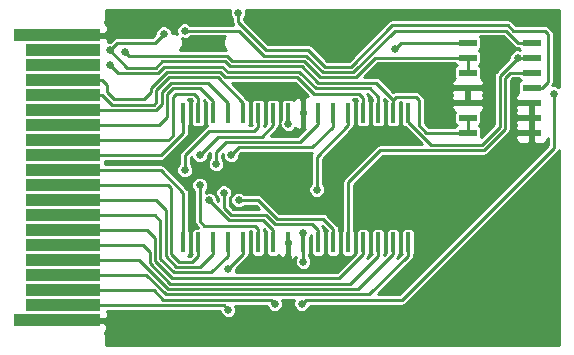
<source format=gbl>
%FSLAX46Y46*%
G04 Gerber Fmt 4.6, Leading zero omitted, Abs format (unit mm)*
G04 Created by KiCad (PCBNEW (2014-10-27 BZR 5228)-product) date 5/1/2015 7:00:25 PM*
%MOMM*%
G01*
G04 APERTURE LIST*
%ADD10C,0.100000*%
%ADD11R,6.350000X1.016000*%
%ADD12R,7.366000X1.016000*%
%ADD13R,0.406400X1.651000*%
%ADD14R,1.500000X0.600000*%
%ADD15C,0.635000*%
%ADD16C,0.228600*%
%ADD17C,0.254000*%
G04 APERTURE END LIST*
D10*
D11*
X4191000Y-20320000D03*
D12*
X3683000Y-2540000D03*
D11*
X4191000Y-3810000D03*
X4191000Y-5080000D03*
X4191000Y-6350000D03*
X4191000Y-7620000D03*
X4191000Y-8890000D03*
X4191000Y-10160000D03*
X4191000Y-11430000D03*
X4191000Y-12700000D03*
X4191000Y-13970000D03*
X4191000Y-15240000D03*
X4191000Y-16510000D03*
X4191000Y-17780000D03*
X4191000Y-19050000D03*
X4191000Y-21590000D03*
X4191000Y-22860000D03*
X4191000Y-24130000D03*
X4191000Y-25400000D03*
D12*
X3683000Y-26670000D03*
D13*
X33401000Y-20078700D03*
X32131000Y-20078700D03*
X30861000Y-20078700D03*
X29591000Y-20078700D03*
X28321000Y-20078700D03*
X27051000Y-20078700D03*
X25781000Y-20078700D03*
X24511000Y-20078700D03*
X23241000Y-20078700D03*
X21971000Y-20078700D03*
X20701000Y-20078700D03*
X19431000Y-20078700D03*
X18161000Y-20078700D03*
X16891000Y-20078700D03*
X15621000Y-20078700D03*
X14351000Y-20078700D03*
X33401000Y-9131300D03*
X32131000Y-9131300D03*
X30861000Y-9131300D03*
X29591000Y-9131300D03*
X28321000Y-9131300D03*
X27051000Y-9131300D03*
X25781000Y-9131300D03*
X24511000Y-9131300D03*
X23241000Y-9131300D03*
X21971000Y-9131300D03*
X20701000Y-9131300D03*
X19431000Y-9131300D03*
X18161000Y-9131300D03*
X16891000Y-9131300D03*
X15621000Y-9131300D03*
X14351000Y-9131300D03*
D14*
X43848000Y-3175000D03*
X43848000Y-4445000D03*
X43848000Y-5715000D03*
X43848000Y-6985000D03*
X43848000Y-8255000D03*
X43848000Y-9525000D03*
X43848000Y-10795000D03*
X38448000Y-10795000D03*
X38448000Y-9525000D03*
X38448000Y-8255000D03*
X38448000Y-6985000D03*
X38448000Y-5715000D03*
X38448000Y-4445000D03*
X38448000Y-3175000D03*
D15*
X32258000Y-3683000D03*
X25654000Y-15621000D03*
X22098000Y-25273000D03*
X18415000Y-12700000D03*
X17145000Y-13462000D03*
X15748000Y-12700000D03*
X14478000Y-13970000D03*
X15748000Y-15240000D03*
X19050000Y-16510000D03*
X17780000Y-15875000D03*
X16510000Y-16510000D03*
X23241000Y-21336000D03*
X24511000Y-7874000D03*
X26543000Y-14605000D03*
X17526000Y-762000D03*
X16764000Y-3302000D03*
X9017000Y-1143000D03*
X23241000Y-25273000D03*
X8128000Y-27305000D03*
X41275000Y-3810000D03*
X42799000Y-1143000D03*
X9398000Y-3937000D03*
X8128000Y-3810000D03*
X12700000Y-2413000D03*
X8128000Y-5080000D03*
X23241000Y-10033000D03*
X24511000Y-19304000D03*
X24511000Y-21717000D03*
X18161000Y-22352000D03*
X18161000Y-25781000D03*
X42672000Y-4445000D03*
X24384000Y-25273000D03*
X45720000Y-7493000D03*
X18986500Y-635000D03*
X14478000Y-2159000D03*
D16*
X32766000Y-3175000D02*
X32258000Y-3683000D01*
X38448000Y-3175000D02*
X32766000Y-3175000D01*
X11633192Y-6989480D02*
X11633192Y-7391404D01*
X11633192Y-7391404D02*
X11049000Y-7975596D01*
X11049000Y-7975596D02*
X8495178Y-7975596D01*
X8495178Y-7975596D02*
X7874000Y-7354418D01*
X7874000Y-7354418D02*
X7874000Y-6731000D01*
X7874000Y-6731000D02*
X7493000Y-6350000D01*
X7493000Y-6350000D02*
X4191000Y-6350000D01*
X29591000Y-9131300D02*
X29591000Y-7874000D01*
X17486774Y-5664192D02*
X12958480Y-5664192D01*
X17918582Y-6096000D02*
X17486774Y-5664192D01*
X24003000Y-6096000D02*
X17918582Y-6096000D01*
X25400000Y-7493000D02*
X24003000Y-6096000D01*
X29210000Y-7493000D02*
X25400000Y-7493000D01*
X29591000Y-7874000D02*
X29210000Y-7493000D01*
X12958480Y-5664192D02*
X11633192Y-6989480D01*
X14351000Y-10795000D02*
X12446000Y-12700000D01*
X12446000Y-12700000D02*
X4191000Y-12700000D01*
X14351000Y-9131300D02*
X14351000Y-10795000D01*
X15621000Y-7874000D02*
X15240000Y-7493000D01*
X15240000Y-7493000D02*
X13716000Y-7493000D01*
X13716000Y-7493000D02*
X13462000Y-7747000D01*
X13462000Y-7747000D02*
X13462000Y-11037418D01*
X13462000Y-11037418D02*
X13069418Y-11430000D01*
X13069418Y-11430000D02*
X4191000Y-11430000D01*
X15621000Y-9131300D02*
X15621000Y-7874000D01*
X18161000Y-8255000D02*
X16484596Y-6578596D01*
X16484596Y-6578596D02*
X13337240Y-6578596D01*
X13337240Y-6578596D02*
X12547596Y-7368240D01*
X12547596Y-7368240D02*
X12547596Y-8407404D01*
X12547596Y-8407404D02*
X12065000Y-8890000D01*
X12065000Y-8890000D02*
X4191000Y-8890000D01*
X18161000Y-9131300D02*
X18161000Y-8255000D01*
X21767808Y-24942808D02*
X12669734Y-24942808D01*
X12669734Y-24942808D02*
X11856926Y-24130000D01*
X11856926Y-24130000D02*
X4191000Y-24130000D01*
X28321000Y-10160000D02*
X25654000Y-12827000D01*
X25654000Y-12827000D02*
X25654000Y-15621000D01*
X22098000Y-25273000D02*
X21767808Y-24942808D01*
X28321000Y-9131300D02*
X28321000Y-10160000D01*
X16891000Y-8128000D02*
X15798798Y-7035798D01*
X15798798Y-7035798D02*
X13526620Y-7035798D01*
X13526620Y-7035798D02*
X13004798Y-7557620D01*
X13004798Y-7557620D02*
X13004798Y-9474202D01*
X13004798Y-9474202D02*
X12319000Y-10160000D01*
X12319000Y-10160000D02*
X4191000Y-10160000D01*
X16891000Y-9131300D02*
X16891000Y-8128000D01*
X19075394Y-12039606D02*
X18415000Y-12700000D01*
X27051000Y-9131300D02*
X27051000Y-10287000D01*
X27051000Y-10287000D02*
X25298394Y-12039606D01*
X25298394Y-12039606D02*
X19075394Y-12039606D01*
X25781000Y-10033000D02*
X24231596Y-11582404D01*
X24231596Y-11582404D02*
X19177000Y-11582404D01*
X25781000Y-9131300D02*
X25781000Y-10033000D01*
X18008596Y-11582404D02*
X17145000Y-12446000D01*
X17145000Y-12446000D02*
X17145000Y-13462000D01*
X19177000Y-11582404D02*
X18008596Y-11582404D01*
X17322798Y-11125202D02*
X15748000Y-12700000D01*
X21971000Y-10160000D02*
X21971000Y-9131300D01*
X21971000Y-10160000D02*
X21005798Y-11125202D01*
X21005798Y-11125202D02*
X17322798Y-11125202D01*
X20701000Y-10287000D02*
X20320000Y-10668000D01*
X20320000Y-10668000D02*
X16510000Y-10668000D01*
X16510000Y-10668000D02*
X14478000Y-12700000D01*
X14478000Y-12700000D02*
X14478000Y-13970000D01*
X20701000Y-9131300D02*
X20701000Y-10287000D01*
X20701000Y-18923000D02*
X20447000Y-18669000D01*
X20447000Y-18669000D02*
X16129000Y-18669000D01*
X16129000Y-18669000D02*
X15748000Y-18288000D01*
X15748000Y-18288000D02*
X15748000Y-15240000D01*
X20701000Y-20078700D02*
X20701000Y-18923000D01*
X30861000Y-21209000D02*
X30861000Y-20078700D01*
X4191000Y-20320000D02*
X10922000Y-20320000D01*
X11506192Y-20904192D02*
X10922000Y-20320000D01*
X11506192Y-21839520D02*
X11506192Y-20904192D01*
X13237874Y-23571202D02*
X11506192Y-21839520D01*
X30861000Y-21209000D02*
X28498798Y-23571202D01*
X13237874Y-23571202D02*
X28498798Y-23571202D01*
X32131000Y-21082000D02*
X32131000Y-20078700D01*
X4191000Y-21590000D02*
X10610090Y-21590000D01*
X13048494Y-24028404D02*
X10610090Y-21590000D01*
X29184596Y-24028404D02*
X13048494Y-24028404D01*
X32131000Y-21082000D02*
X29184596Y-24028404D01*
X19558000Y-24485606D02*
X12859114Y-24485606D01*
X12859114Y-24485606D02*
X11233508Y-22860000D01*
X11233508Y-22860000D02*
X4191000Y-22860000D01*
X33401000Y-21209000D02*
X33401000Y-20078700D01*
X33401000Y-21209000D02*
X30124394Y-24485606D01*
X19558000Y-24485606D02*
X30124394Y-24485606D01*
X27051000Y-18923000D02*
X26212798Y-18084798D01*
X26212798Y-18084798D02*
X22298962Y-18084798D01*
X22298962Y-18084798D02*
X20701000Y-16486836D01*
X27051000Y-20078700D02*
X27051000Y-18923000D01*
X20701000Y-16486836D02*
X19073164Y-16486836D01*
X19073164Y-16486836D02*
X19050000Y-16510000D01*
X25781000Y-20078700D02*
X25781000Y-19050000D01*
X22109582Y-18542000D02*
X21322178Y-17754596D01*
X25273000Y-18542000D02*
X22109582Y-18542000D01*
X25781000Y-19050000D02*
X25273000Y-18542000D01*
X21322178Y-17754596D02*
X18669000Y-17754596D01*
X18401178Y-17754596D02*
X17780000Y-17133418D01*
X17780000Y-17133418D02*
X17780000Y-15875000D01*
X18669000Y-17754596D02*
X18401178Y-17754596D01*
X18211798Y-18211798D02*
X16510000Y-16510000D01*
X21971000Y-19050000D02*
X21132798Y-18211798D01*
X21132798Y-18211798D02*
X18211798Y-18211798D01*
X21971000Y-20078700D02*
X21971000Y-19050000D01*
X23241000Y-20078700D02*
X23241000Y-21336000D01*
X24511000Y-9131300D02*
X24511000Y-7874000D01*
X7620000Y-2540000D02*
X9398000Y-762000D01*
X9398000Y-762000D02*
X17526000Y-762000D01*
X38448000Y-6985000D02*
X38448000Y-8255000D01*
X43848000Y-8255000D02*
X43848000Y-9525000D01*
X43848000Y-10795000D02*
X43848000Y-9525000D01*
X7620000Y-2540000D02*
X9017000Y-1143000D01*
X3683000Y-2540000D02*
X7620000Y-2540000D01*
X9398000Y-28575000D02*
X19939000Y-28575000D01*
X19939000Y-28575000D02*
X23241000Y-25273000D01*
X3683000Y-26670000D02*
X7493000Y-26670000D01*
X7493000Y-26670000D02*
X8128000Y-27305000D01*
X8128000Y-27305000D02*
X9398000Y-28575000D01*
X39624000Y-6985000D02*
X40259000Y-6350000D01*
X40259000Y-6350000D02*
X40259000Y-4826000D01*
X40259000Y-4826000D02*
X41275000Y-3810000D01*
X38448000Y-6985000D02*
X39624000Y-6985000D01*
X12090394Y-7178860D02*
X12090394Y-8218024D01*
X12090394Y-8218024D02*
X11875620Y-8432798D01*
X11875620Y-8432798D02*
X8305798Y-8432798D01*
X8305798Y-8432798D02*
X7493000Y-7620000D01*
X7493000Y-7620000D02*
X4191000Y-7620000D01*
X19431000Y-9131300D02*
X19431000Y-8255000D01*
X17297394Y-6121394D02*
X13147860Y-6121394D01*
X19431000Y-8255000D02*
X17297394Y-6121394D01*
X13147860Y-6121394D02*
X12090394Y-7178860D01*
X14351000Y-15875000D02*
X12446000Y-13970000D01*
X12446000Y-13970000D02*
X4191000Y-13970000D01*
X14351000Y-20078700D02*
X14351000Y-15875000D01*
X13335000Y-15505582D02*
X13069418Y-15240000D01*
X13069418Y-15240000D02*
X4191000Y-15240000D01*
X15621000Y-20078700D02*
X15621000Y-21209000D01*
X13970000Y-21717000D02*
X13335000Y-21082000D01*
X15113000Y-21717000D02*
X13970000Y-21717000D01*
X15621000Y-21209000D02*
X15113000Y-21717000D01*
X13335000Y-21082000D02*
X13335000Y-15505582D01*
X16891000Y-21082000D02*
X15798798Y-22174202D01*
X15798798Y-22174202D02*
X13780620Y-22174202D01*
X13780620Y-22174202D02*
X12877798Y-21271380D01*
X12877798Y-21271380D02*
X12877798Y-17322798D01*
X12877798Y-17322798D02*
X12065000Y-16510000D01*
X12065000Y-16510000D02*
X4191000Y-16510000D01*
X16891000Y-20078700D02*
X16891000Y-21082000D01*
X18161000Y-21209000D02*
X16738596Y-22631404D01*
X16738596Y-22631404D02*
X13591240Y-22631404D01*
X13591240Y-22631404D02*
X12420596Y-21460760D01*
X12420596Y-21460760D02*
X12420596Y-18262596D01*
X12420596Y-18262596D02*
X11938000Y-17780000D01*
X11938000Y-17780000D02*
X4191000Y-17780000D01*
X18161000Y-20078700D02*
X18161000Y-21209000D01*
X29591000Y-21082000D02*
X29591000Y-20078700D01*
X4191000Y-19050000D02*
X11303000Y-19050000D01*
X11963394Y-19710394D02*
X11303000Y-19050000D01*
X11963394Y-21650140D02*
X11963394Y-19710394D01*
X13427254Y-23114000D02*
X11963394Y-21650140D01*
X27559000Y-23114000D02*
X13427254Y-23114000D01*
X29591000Y-21082000D02*
X27559000Y-23114000D01*
X38448000Y-5715000D02*
X38448000Y-4445000D01*
X28942188Y-6121394D02*
X30618582Y-4445000D01*
X30618582Y-4445000D02*
X38448000Y-4445000D01*
X9753586Y-4292586D02*
X9398000Y-3937000D01*
X18486722Y-4724394D02*
X18054914Y-4292586D01*
X24571140Y-4724394D02*
X18486722Y-4724394D01*
X25968140Y-6121394D02*
X24571140Y-4724394D01*
X18054914Y-4292586D02*
X9753586Y-4292586D01*
X25968140Y-6121394D02*
X28942188Y-6121394D01*
X9610343Y-5292343D02*
X8128000Y-3810000D01*
X12037165Y-5292343D02*
X9610343Y-5292343D01*
X12579720Y-4749788D02*
X12037165Y-5292343D01*
X17865534Y-4749788D02*
X12579720Y-4749788D01*
X18297342Y-5181596D02*
X17865534Y-4749788D01*
X24381760Y-5181596D02*
X18297342Y-5181596D01*
X25778760Y-6578596D02*
X24381760Y-5181596D01*
X30708596Y-6578596D02*
X25778760Y-6578596D01*
X32131000Y-8001000D02*
X30708596Y-6578596D01*
X32131000Y-9131300D02*
X32131000Y-8001000D01*
X8763000Y-3175000D02*
X11938000Y-3175000D01*
X11938000Y-3175000D02*
X12700000Y-2413000D01*
X8128000Y-3810000D02*
X8763000Y-3175000D01*
X38448000Y-9525000D02*
X38448000Y-10795000D01*
X34936582Y-10795000D02*
X34290000Y-10148418D01*
X34290000Y-10148418D02*
X34290000Y-8001000D01*
X34290000Y-8001000D02*
X34036000Y-7747000D01*
X34036000Y-7747000D02*
X32385000Y-7747000D01*
X32385000Y-7747000D02*
X32131000Y-8001000D01*
X38448000Y-10795000D02*
X34936582Y-10795000D01*
X30861000Y-7747000D02*
X30149798Y-7035798D01*
X30149798Y-7035798D02*
X25589380Y-7035798D01*
X25589380Y-7035798D02*
X24192380Y-5638798D01*
X24192380Y-5638798D02*
X18107962Y-5638798D01*
X18107962Y-5638798D02*
X17676154Y-5206990D01*
X17676154Y-5206990D02*
X12769100Y-5206990D01*
X12769100Y-5206990D02*
X12226545Y-5749545D01*
X12226545Y-5749545D02*
X8797545Y-5749545D01*
X8797545Y-5749545D02*
X8128000Y-5080000D01*
X30861000Y-9131300D02*
X30861000Y-7747000D01*
X23241000Y-10033000D02*
X23241000Y-9131300D01*
X24511000Y-20078700D02*
X24511000Y-19304000D01*
X24511000Y-21717000D02*
X24511000Y-20078700D01*
X4191010Y-25400010D02*
X4191000Y-25400000D01*
X19431000Y-21082000D02*
X18161000Y-22352000D01*
X18161000Y-25781000D02*
X17780010Y-25400010D01*
X17780010Y-25400010D02*
X4191010Y-25400010D01*
X19431000Y-20078700D02*
X19431000Y-21082000D01*
X42048582Y-5715000D02*
X41605202Y-6158380D01*
X41605202Y-6158380D02*
X41605202Y-10476380D01*
X41605202Y-10476380D02*
X39813380Y-12268202D01*
X39813380Y-12268202D02*
X31038798Y-12268202D01*
X31038798Y-12268202D02*
X28321000Y-14986000D01*
X28321000Y-14986000D02*
X28321000Y-20078700D01*
X43848000Y-5715000D02*
X42048582Y-5715000D01*
X42672000Y-4445000D02*
X43848000Y-4445000D01*
X41148000Y-5969000D02*
X42672000Y-4445000D01*
X41148000Y-10287000D02*
X41148000Y-5969000D01*
X39624000Y-11811000D02*
X41148000Y-10287000D01*
X35306000Y-11811000D02*
X39624000Y-11811000D01*
X33401000Y-9906000D02*
X35306000Y-11811000D01*
X33401000Y-9131300D02*
X33401000Y-9906000D01*
X24384000Y-25273000D02*
X24714192Y-24942808D01*
X24714192Y-24942808D02*
X32842192Y-24942808D01*
X32842192Y-24942808D02*
X45720000Y-12065000D01*
X45720000Y-12065000D02*
X45720000Y-7493000D01*
X44704000Y-6985000D02*
X45212000Y-6477000D01*
X45212000Y-6477000D02*
X45212000Y-2413000D01*
X45212000Y-2413000D02*
X44958000Y-2159000D01*
X44958000Y-2159000D02*
X42302582Y-2159000D01*
X42302582Y-2159000D02*
X41845380Y-1701798D01*
X41845380Y-1701798D02*
X32068620Y-1701798D01*
X32068620Y-1701798D02*
X28563428Y-5206990D01*
X28563428Y-5206990D02*
X26346900Y-5206990D01*
X26346900Y-5206990D02*
X24949900Y-3809990D01*
X24949900Y-3809990D02*
X21347572Y-3809990D01*
X21347572Y-3809990D02*
X18986500Y-1448918D01*
X18986500Y-1448918D02*
X18986500Y-635000D01*
X43848000Y-6985000D02*
X44704000Y-6985000D01*
X43848000Y-3175000D02*
X43180000Y-3175000D01*
X42672000Y-3175000D02*
X41656000Y-2159000D01*
X41656000Y-2159000D02*
X32258000Y-2159000D01*
X32258000Y-2159000D02*
X28752808Y-5664192D01*
X28752808Y-5664192D02*
X26157520Y-5664192D01*
X26157520Y-5664192D02*
X24760520Y-4267192D01*
X24760520Y-4267192D02*
X21158192Y-4267192D01*
X21158192Y-4267192D02*
X19050000Y-2159000D01*
X19050000Y-2159000D02*
X14478000Y-2159000D01*
X43848000Y-3175000D02*
X42672000Y-3175000D01*
D17*
G36*
X18001999Y-3797286D02*
X14054865Y-3797286D01*
X14206077Y-3646338D01*
X14332855Y-3341021D01*
X14333144Y-3010429D01*
X14255708Y-2823020D01*
X14338450Y-2857378D01*
X14616331Y-2857621D01*
X14873151Y-2751504D01*
X14970525Y-2654300D01*
X17900449Y-2654300D01*
X17829695Y-2724931D01*
X17708638Y-3016471D01*
X17708362Y-3332145D01*
X17828911Y-3623895D01*
X18001999Y-3797286D01*
X18001999Y-3797286D01*
G37*
X18001999Y-3797286D02*
X14054865Y-3797286D01*
X14206077Y-3646338D01*
X14332855Y-3341021D01*
X14333144Y-3010429D01*
X14255708Y-2823020D01*
X14338450Y-2857378D01*
X14616331Y-2857621D01*
X14873151Y-2751504D01*
X14970525Y-2654300D01*
X17900449Y-2654300D01*
X17829695Y-2724931D01*
X17708638Y-3016471D01*
X17708362Y-3332145D01*
X17828911Y-3623895D01*
X18001999Y-3797286D01*
G36*
X18545765Y-1663700D02*
X14970530Y-1663700D01*
X14874185Y-1567186D01*
X14617550Y-1460622D01*
X14339669Y-1460379D01*
X14082849Y-1566496D01*
X13886186Y-1762815D01*
X13779622Y-2019450D01*
X13779379Y-2297331D01*
X13825791Y-2409656D01*
X13668021Y-2344145D01*
X13398560Y-2343909D01*
X13398621Y-2274669D01*
X13292504Y-2017849D01*
X13096185Y-1821186D01*
X12839550Y-1714622D01*
X12561669Y-1714379D01*
X12304849Y-1820496D01*
X12108186Y-2016815D01*
X12001622Y-2273450D01*
X12001501Y-2411038D01*
X11732840Y-2679700D01*
X8763000Y-2679700D01*
X8573457Y-2717402D01*
X8412770Y-2824770D01*
X8126041Y-3111498D01*
X8001000Y-3111388D01*
X8001000Y-2921691D01*
X8001000Y-2825750D01*
X7842250Y-2667000D01*
X3810000Y-2667000D01*
X3810000Y-2687000D01*
X3556000Y-2687000D01*
X3556000Y-2667000D01*
X3536000Y-2667000D01*
X3536000Y-2413000D01*
X3556000Y-2413000D01*
X3556000Y-2393000D01*
X3810000Y-2393000D01*
X3810000Y-2413000D01*
X7842250Y-2413000D01*
X8001000Y-2254250D01*
X8001000Y-2158309D01*
X8001000Y-1905690D01*
X7904327Y-1672301D01*
X7725698Y-1493673D01*
X7725108Y-1493428D01*
X7764192Y-1434937D01*
X7797000Y-1270000D01*
X7797000Y-431000D01*
X18314883Y-431000D01*
X18288122Y-495450D01*
X18287879Y-773331D01*
X18393996Y-1030151D01*
X18491200Y-1127525D01*
X18491200Y-1448918D01*
X18528902Y-1638462D01*
X18545765Y-1663700D01*
X18545765Y-1663700D01*
G37*
X18545765Y-1663700D02*
X14970530Y-1663700D01*
X14874185Y-1567186D01*
X14617550Y-1460622D01*
X14339669Y-1460379D01*
X14082849Y-1566496D01*
X13886186Y-1762815D01*
X13779622Y-2019450D01*
X13779379Y-2297331D01*
X13825791Y-2409656D01*
X13668021Y-2344145D01*
X13398560Y-2343909D01*
X13398621Y-2274669D01*
X13292504Y-2017849D01*
X13096185Y-1821186D01*
X12839550Y-1714622D01*
X12561669Y-1714379D01*
X12304849Y-1820496D01*
X12108186Y-2016815D01*
X12001622Y-2273450D01*
X12001501Y-2411038D01*
X11732840Y-2679700D01*
X8763000Y-2679700D01*
X8573457Y-2717402D01*
X8412770Y-2824770D01*
X8126041Y-3111498D01*
X8001000Y-3111388D01*
X8001000Y-2921691D01*
X8001000Y-2825750D01*
X7842250Y-2667000D01*
X3810000Y-2667000D01*
X3810000Y-2687000D01*
X3556000Y-2687000D01*
X3556000Y-2667000D01*
X3536000Y-2667000D01*
X3536000Y-2413000D01*
X3556000Y-2413000D01*
X3556000Y-2393000D01*
X3810000Y-2393000D01*
X3810000Y-2413000D01*
X7842250Y-2413000D01*
X8001000Y-2254250D01*
X8001000Y-2158309D01*
X8001000Y-1905690D01*
X7904327Y-1672301D01*
X7725698Y-1493673D01*
X7725108Y-1493428D01*
X7764192Y-1434937D01*
X7797000Y-1270000D01*
X7797000Y-431000D01*
X18314883Y-431000D01*
X18288122Y-495450D01*
X18287879Y-773331D01*
X18393996Y-1030151D01*
X18491200Y-1127525D01*
X18491200Y-1448918D01*
X18528902Y-1638462D01*
X18545765Y-1663700D01*
G36*
X24903382Y-7696842D02*
X24840510Y-7670800D01*
X24771350Y-7670800D01*
X24612600Y-7829550D01*
X24612600Y-9004300D01*
X24658000Y-9004300D01*
X24658000Y-9258300D01*
X24612600Y-9258300D01*
X24612600Y-10433050D01*
X24646545Y-10466995D01*
X24026436Y-11087104D01*
X21744356Y-11087104D01*
X22321230Y-10510230D01*
X22428598Y-10349543D01*
X22455495Y-10214320D01*
X22497196Y-10172619D01*
X22542473Y-10063309D01*
X22542379Y-10171331D01*
X22648496Y-10428151D01*
X22844815Y-10624814D01*
X23101450Y-10731378D01*
X23379331Y-10731621D01*
X23636151Y-10625504D01*
X23832814Y-10429185D01*
X23847292Y-10394317D01*
X23948101Y-10495127D01*
X24181490Y-10591800D01*
X24250650Y-10591800D01*
X24409400Y-10433050D01*
X24409400Y-9258300D01*
X24364000Y-9258300D01*
X24364000Y-9004300D01*
X24409400Y-9004300D01*
X24409400Y-7829550D01*
X24250650Y-7670800D01*
X24181490Y-7670800D01*
X23948101Y-7767473D01*
X23769473Y-7946102D01*
X23726665Y-8049449D01*
X23660019Y-7982804D01*
X23519985Y-7924800D01*
X23368414Y-7924800D01*
X22962014Y-7924800D01*
X22821980Y-7982804D01*
X22714804Y-8089981D01*
X22656800Y-8230015D01*
X22656800Y-8381586D01*
X22656800Y-9629214D01*
X22649186Y-9636815D01*
X22555200Y-9863158D01*
X22555200Y-8230014D01*
X22497196Y-8089980D01*
X22390019Y-7982804D01*
X22249985Y-7924800D01*
X22098414Y-7924800D01*
X21692014Y-7924800D01*
X21551980Y-7982804D01*
X21444804Y-8089981D01*
X21386800Y-8230015D01*
X21386800Y-8381586D01*
X21386800Y-10032586D01*
X21390066Y-10040473D01*
X21196300Y-10234240D01*
X21196300Y-10203515D01*
X21227196Y-10172619D01*
X21285200Y-10032585D01*
X21285200Y-9881014D01*
X21285200Y-8230014D01*
X21227196Y-8089980D01*
X21120019Y-7982804D01*
X20979985Y-7924800D01*
X20828414Y-7924800D01*
X20422014Y-7924800D01*
X20281980Y-7982804D01*
X20174804Y-8089981D01*
X20116800Y-8230015D01*
X20116800Y-8381586D01*
X20116800Y-10032586D01*
X20157264Y-10130275D01*
X20114840Y-10172700D01*
X19957115Y-10172700D01*
X19957196Y-10172619D01*
X20015200Y-10032585D01*
X20015200Y-9881014D01*
X20015200Y-8230014D01*
X19957196Y-8089980D01*
X19850019Y-7982804D01*
X19826999Y-7973269D01*
X19781230Y-7904770D01*
X18467759Y-6591300D01*
X23797840Y-6591300D01*
X24903382Y-7696842D01*
X24903382Y-7696842D01*
G37*
X24903382Y-7696842D02*
X24840510Y-7670800D01*
X24771350Y-7670800D01*
X24612600Y-7829550D01*
X24612600Y-9004300D01*
X24658000Y-9004300D01*
X24658000Y-9258300D01*
X24612600Y-9258300D01*
X24612600Y-10433050D01*
X24646545Y-10466995D01*
X24026436Y-11087104D01*
X21744356Y-11087104D01*
X22321230Y-10510230D01*
X22428598Y-10349543D01*
X22455495Y-10214320D01*
X22497196Y-10172619D01*
X22542473Y-10063309D01*
X22542379Y-10171331D01*
X22648496Y-10428151D01*
X22844815Y-10624814D01*
X23101450Y-10731378D01*
X23379331Y-10731621D01*
X23636151Y-10625504D01*
X23832814Y-10429185D01*
X23847292Y-10394317D01*
X23948101Y-10495127D01*
X24181490Y-10591800D01*
X24250650Y-10591800D01*
X24409400Y-10433050D01*
X24409400Y-9258300D01*
X24364000Y-9258300D01*
X24364000Y-9004300D01*
X24409400Y-9004300D01*
X24409400Y-7829550D01*
X24250650Y-7670800D01*
X24181490Y-7670800D01*
X23948101Y-7767473D01*
X23769473Y-7946102D01*
X23726665Y-8049449D01*
X23660019Y-7982804D01*
X23519985Y-7924800D01*
X23368414Y-7924800D01*
X22962014Y-7924800D01*
X22821980Y-7982804D01*
X22714804Y-8089981D01*
X22656800Y-8230015D01*
X22656800Y-8381586D01*
X22656800Y-9629214D01*
X22649186Y-9636815D01*
X22555200Y-9863158D01*
X22555200Y-8230014D01*
X22497196Y-8089980D01*
X22390019Y-7982804D01*
X22249985Y-7924800D01*
X22098414Y-7924800D01*
X21692014Y-7924800D01*
X21551980Y-7982804D01*
X21444804Y-8089981D01*
X21386800Y-8230015D01*
X21386800Y-8381586D01*
X21386800Y-10032586D01*
X21390066Y-10040473D01*
X21196300Y-10234240D01*
X21196300Y-10203515D01*
X21227196Y-10172619D01*
X21285200Y-10032585D01*
X21285200Y-9881014D01*
X21285200Y-8230014D01*
X21227196Y-8089980D01*
X21120019Y-7982804D01*
X20979985Y-7924800D01*
X20828414Y-7924800D01*
X20422014Y-7924800D01*
X20281980Y-7982804D01*
X20174804Y-8089981D01*
X20116800Y-8230015D01*
X20116800Y-8381586D01*
X20116800Y-10032586D01*
X20157264Y-10130275D01*
X20114840Y-10172700D01*
X19957115Y-10172700D01*
X19957196Y-10172619D01*
X20015200Y-10032585D01*
X20015200Y-9881014D01*
X20015200Y-8230014D01*
X19957196Y-8089980D01*
X19850019Y-7982804D01*
X19826999Y-7973269D01*
X19781230Y-7904770D01*
X18467759Y-6591300D01*
X23797840Y-6591300D01*
X24903382Y-7696842D01*
G36*
X42844480Y-3760295D02*
X42811550Y-3746622D01*
X42533669Y-3746379D01*
X42276849Y-3852496D01*
X42080186Y-4048815D01*
X41973622Y-4305450D01*
X41973501Y-4443038D01*
X40797770Y-5618770D01*
X40690402Y-5779456D01*
X40652700Y-5969000D01*
X40652700Y-10081840D01*
X39579000Y-11155540D01*
X39579000Y-11019214D01*
X39579000Y-10419214D01*
X39520996Y-10279180D01*
X39413819Y-10172004D01*
X39384839Y-10160000D01*
X39413820Y-10147996D01*
X39520996Y-10040819D01*
X39579000Y-9900785D01*
X39579000Y-9749214D01*
X39579000Y-9149214D01*
X39556121Y-9093980D01*
X39557698Y-9093327D01*
X39736327Y-8914699D01*
X39833000Y-8681310D01*
X39833000Y-8540750D01*
X39833000Y-7969250D01*
X39833000Y-7828690D01*
X39746557Y-7620000D01*
X39833000Y-7411310D01*
X39833000Y-7270750D01*
X39674250Y-7112000D01*
X38575000Y-7112000D01*
X38575000Y-7478750D01*
X38575000Y-7761250D01*
X38575000Y-8128000D01*
X39674250Y-8128000D01*
X39833000Y-7969250D01*
X39833000Y-8540750D01*
X39674250Y-8382000D01*
X38575000Y-8382000D01*
X38575000Y-8402000D01*
X38321000Y-8402000D01*
X38321000Y-8382000D01*
X38321000Y-8128000D01*
X38321000Y-7761250D01*
X38321000Y-7478750D01*
X38321000Y-7112000D01*
X37221750Y-7112000D01*
X37063000Y-7270750D01*
X37063000Y-7411310D01*
X37149442Y-7620000D01*
X37063000Y-7828690D01*
X37063000Y-7969250D01*
X37221750Y-8128000D01*
X38321000Y-8128000D01*
X38321000Y-8382000D01*
X37221750Y-8382000D01*
X37063000Y-8540750D01*
X37063000Y-8681310D01*
X37159673Y-8914699D01*
X37338302Y-9093327D01*
X37339879Y-9093980D01*
X37317000Y-9149215D01*
X37317000Y-9300786D01*
X37317000Y-9900786D01*
X37375004Y-10040820D01*
X37482181Y-10147996D01*
X37511160Y-10159999D01*
X37482180Y-10172004D01*
X37375004Y-10279181D01*
X37366504Y-10299700D01*
X35141742Y-10299700D01*
X34785300Y-9943258D01*
X34785300Y-8001000D01*
X34747598Y-7811457D01*
X34747598Y-7811456D01*
X34640230Y-7650770D01*
X34386230Y-7396770D01*
X34225544Y-7289402D01*
X34036000Y-7251700D01*
X32385000Y-7251700D01*
X32195456Y-7289402D01*
X32150140Y-7319680D01*
X31058826Y-6228366D01*
X30898140Y-6120998D01*
X30708596Y-6083296D01*
X29680746Y-6083296D01*
X30823742Y-4940300D01*
X37366504Y-4940300D01*
X37375004Y-4960820D01*
X37482181Y-5067996D01*
X37511160Y-5079999D01*
X37482180Y-5092004D01*
X37375004Y-5199181D01*
X37317000Y-5339215D01*
X37317000Y-5490786D01*
X37317000Y-6090786D01*
X37339878Y-6146019D01*
X37338302Y-6146673D01*
X37159673Y-6325301D01*
X37063000Y-6558690D01*
X37063000Y-6699250D01*
X37221750Y-6858000D01*
X38321000Y-6858000D01*
X38321000Y-6838000D01*
X38575000Y-6838000D01*
X38575000Y-6858000D01*
X39674250Y-6858000D01*
X39833000Y-6699250D01*
X39833000Y-6558690D01*
X39736327Y-6325301D01*
X39557698Y-6146673D01*
X39556120Y-6146019D01*
X39579000Y-6090785D01*
X39579000Y-5939214D01*
X39579000Y-5339214D01*
X39520996Y-5199180D01*
X39413819Y-5092004D01*
X39384839Y-5080000D01*
X39413820Y-5067996D01*
X39520996Y-4960819D01*
X39579000Y-4820785D01*
X39579000Y-4669214D01*
X39579000Y-4069214D01*
X39520996Y-3929180D01*
X39413819Y-3822004D01*
X39384839Y-3810000D01*
X39413820Y-3797996D01*
X39520996Y-3690819D01*
X39579000Y-3550785D01*
X39579000Y-3399214D01*
X39579000Y-2799214D01*
X39520996Y-2659180D01*
X39516115Y-2654300D01*
X41450840Y-2654300D01*
X42321770Y-3525230D01*
X42482457Y-3632598D01*
X42672000Y-3670300D01*
X42766504Y-3670300D01*
X42775004Y-3690820D01*
X42844480Y-3760295D01*
X42844480Y-3760295D01*
G37*
X42844480Y-3760295D02*
X42811550Y-3746622D01*
X42533669Y-3746379D01*
X42276849Y-3852496D01*
X42080186Y-4048815D01*
X41973622Y-4305450D01*
X41973501Y-4443038D01*
X40797770Y-5618770D01*
X40690402Y-5779456D01*
X40652700Y-5969000D01*
X40652700Y-10081840D01*
X39579000Y-11155540D01*
X39579000Y-11019214D01*
X39579000Y-10419214D01*
X39520996Y-10279180D01*
X39413819Y-10172004D01*
X39384839Y-10160000D01*
X39413820Y-10147996D01*
X39520996Y-10040819D01*
X39579000Y-9900785D01*
X39579000Y-9749214D01*
X39579000Y-9149214D01*
X39556121Y-9093980D01*
X39557698Y-9093327D01*
X39736327Y-8914699D01*
X39833000Y-8681310D01*
X39833000Y-8540750D01*
X39833000Y-7969250D01*
X39833000Y-7828690D01*
X39746557Y-7620000D01*
X39833000Y-7411310D01*
X39833000Y-7270750D01*
X39674250Y-7112000D01*
X38575000Y-7112000D01*
X38575000Y-7478750D01*
X38575000Y-7761250D01*
X38575000Y-8128000D01*
X39674250Y-8128000D01*
X39833000Y-7969250D01*
X39833000Y-8540750D01*
X39674250Y-8382000D01*
X38575000Y-8382000D01*
X38575000Y-8402000D01*
X38321000Y-8402000D01*
X38321000Y-8382000D01*
X38321000Y-8128000D01*
X38321000Y-7761250D01*
X38321000Y-7478750D01*
X38321000Y-7112000D01*
X37221750Y-7112000D01*
X37063000Y-7270750D01*
X37063000Y-7411310D01*
X37149442Y-7620000D01*
X37063000Y-7828690D01*
X37063000Y-7969250D01*
X37221750Y-8128000D01*
X38321000Y-8128000D01*
X38321000Y-8382000D01*
X37221750Y-8382000D01*
X37063000Y-8540750D01*
X37063000Y-8681310D01*
X37159673Y-8914699D01*
X37338302Y-9093327D01*
X37339879Y-9093980D01*
X37317000Y-9149215D01*
X37317000Y-9300786D01*
X37317000Y-9900786D01*
X37375004Y-10040820D01*
X37482181Y-10147996D01*
X37511160Y-10159999D01*
X37482180Y-10172004D01*
X37375004Y-10279181D01*
X37366504Y-10299700D01*
X35141742Y-10299700D01*
X34785300Y-9943258D01*
X34785300Y-8001000D01*
X34747598Y-7811457D01*
X34747598Y-7811456D01*
X34640230Y-7650770D01*
X34386230Y-7396770D01*
X34225544Y-7289402D01*
X34036000Y-7251700D01*
X32385000Y-7251700D01*
X32195456Y-7289402D01*
X32150140Y-7319680D01*
X31058826Y-6228366D01*
X30898140Y-6120998D01*
X30708596Y-6083296D01*
X29680746Y-6083296D01*
X30823742Y-4940300D01*
X37366504Y-4940300D01*
X37375004Y-4960820D01*
X37482181Y-5067996D01*
X37511160Y-5079999D01*
X37482180Y-5092004D01*
X37375004Y-5199181D01*
X37317000Y-5339215D01*
X37317000Y-5490786D01*
X37317000Y-6090786D01*
X37339878Y-6146019D01*
X37338302Y-6146673D01*
X37159673Y-6325301D01*
X37063000Y-6558690D01*
X37063000Y-6699250D01*
X37221750Y-6858000D01*
X38321000Y-6858000D01*
X38321000Y-6838000D01*
X38575000Y-6838000D01*
X38575000Y-6858000D01*
X39674250Y-6858000D01*
X39833000Y-6699250D01*
X39833000Y-6558690D01*
X39736327Y-6325301D01*
X39557698Y-6146673D01*
X39556120Y-6146019D01*
X39579000Y-6090785D01*
X39579000Y-5939214D01*
X39579000Y-5339214D01*
X39520996Y-5199180D01*
X39413819Y-5092004D01*
X39384839Y-5080000D01*
X39413820Y-5067996D01*
X39520996Y-4960819D01*
X39579000Y-4820785D01*
X39579000Y-4669214D01*
X39579000Y-4069214D01*
X39520996Y-3929180D01*
X39413819Y-3822004D01*
X39384839Y-3810000D01*
X39413820Y-3797996D01*
X39520996Y-3690819D01*
X39579000Y-3550785D01*
X39579000Y-3399214D01*
X39579000Y-2799214D01*
X39520996Y-2659180D01*
X39516115Y-2654300D01*
X41450840Y-2654300D01*
X42321770Y-3525230D01*
X42482457Y-3632598D01*
X42672000Y-3670300D01*
X42766504Y-3670300D01*
X42775004Y-3690820D01*
X42844480Y-3760295D01*
G36*
X45224700Y-11859840D02*
X43721000Y-13363540D01*
X43721000Y-11571250D01*
X43721000Y-10922000D01*
X43721000Y-10668000D01*
X43721000Y-10301250D01*
X43721000Y-10018750D01*
X43721000Y-9652000D01*
X43721000Y-9398000D01*
X43721000Y-9031250D01*
X43721000Y-8748750D01*
X43721000Y-8382000D01*
X42621750Y-8382000D01*
X42463000Y-8540750D01*
X42463000Y-8681310D01*
X42549442Y-8890000D01*
X42463000Y-9098690D01*
X42463000Y-9239250D01*
X42621750Y-9398000D01*
X43721000Y-9398000D01*
X43721000Y-9652000D01*
X42621750Y-9652000D01*
X42463000Y-9810750D01*
X42463000Y-9951310D01*
X42549442Y-10160000D01*
X42463000Y-10368690D01*
X42463000Y-10509250D01*
X42621750Y-10668000D01*
X43721000Y-10668000D01*
X43721000Y-10922000D01*
X42621750Y-10922000D01*
X42463000Y-11080750D01*
X42463000Y-11221310D01*
X42559673Y-11454699D01*
X42738302Y-11633327D01*
X42971691Y-11730000D01*
X43562250Y-11730000D01*
X43721000Y-11571250D01*
X43721000Y-13363540D01*
X32637032Y-24447508D01*
X30862952Y-24447508D01*
X33751230Y-21559230D01*
X33858598Y-21398543D01*
X33896300Y-21209000D01*
X33896300Y-21150915D01*
X33927196Y-21120019D01*
X33985200Y-20979985D01*
X33985200Y-20828414D01*
X33985200Y-19177414D01*
X33927196Y-19037380D01*
X33820019Y-18930204D01*
X33679985Y-18872200D01*
X33528414Y-18872200D01*
X33122014Y-18872200D01*
X32981980Y-18930204D01*
X32874804Y-19037381D01*
X32816800Y-19177415D01*
X32816800Y-19328986D01*
X32816800Y-20979986D01*
X32849824Y-21059715D01*
X32489123Y-21420416D01*
X32588597Y-21271544D01*
X32588598Y-21271543D01*
X32609188Y-21168027D01*
X32657196Y-21120019D01*
X32715200Y-20979985D01*
X32715200Y-20828414D01*
X32715200Y-19177414D01*
X32657196Y-19037380D01*
X32550019Y-18930204D01*
X32409985Y-18872200D01*
X32258414Y-18872200D01*
X31852014Y-18872200D01*
X31711980Y-18930204D01*
X31604804Y-19037381D01*
X31546800Y-19177415D01*
X31546800Y-19328986D01*
X31546800Y-20965740D01*
X31356300Y-21156240D01*
X31356300Y-21150915D01*
X31387196Y-21120019D01*
X31445200Y-20979985D01*
X31445200Y-20828414D01*
X31445200Y-19177414D01*
X31387196Y-19037380D01*
X31280019Y-18930204D01*
X31139985Y-18872200D01*
X30988414Y-18872200D01*
X30582014Y-18872200D01*
X30441980Y-18930204D01*
X30334804Y-19037381D01*
X30276800Y-19177415D01*
X30276800Y-19328986D01*
X30276800Y-20979986D01*
X30309824Y-21059715D01*
X29949123Y-21420416D01*
X30048598Y-21271543D01*
X30069188Y-21168027D01*
X30117196Y-21120019D01*
X30175200Y-20979985D01*
X30175200Y-20828414D01*
X30175200Y-19177414D01*
X30117196Y-19037380D01*
X30010019Y-18930204D01*
X29869985Y-18872200D01*
X29718414Y-18872200D01*
X29312014Y-18872200D01*
X29171980Y-18930204D01*
X29064804Y-19037381D01*
X29006800Y-19177415D01*
X29006800Y-19328986D01*
X29006800Y-20965740D01*
X27353840Y-22618700D01*
X18806580Y-22618700D01*
X18859378Y-22491550D01*
X18859498Y-22353961D01*
X19781230Y-21432230D01*
X19888598Y-21271544D01*
X19888598Y-21271543D01*
X19909188Y-21168027D01*
X19909188Y-21168026D01*
X19957196Y-21120019D01*
X20015200Y-20979985D01*
X20015200Y-20828414D01*
X20015200Y-19177414D01*
X20009768Y-19164300D01*
X20122232Y-19164300D01*
X20116800Y-19177415D01*
X20116800Y-19328986D01*
X20116800Y-20979986D01*
X20174804Y-21120020D01*
X20281981Y-21227196D01*
X20422015Y-21285200D01*
X20573586Y-21285200D01*
X20979986Y-21285200D01*
X21120020Y-21227196D01*
X21227196Y-21120019D01*
X21285200Y-20979985D01*
X21285200Y-20828414D01*
X21285200Y-19177414D01*
X21227196Y-19037380D01*
X21196300Y-19006484D01*
X21196300Y-18975760D01*
X21390067Y-19169527D01*
X21386800Y-19177415D01*
X21386800Y-19328986D01*
X21386800Y-20979986D01*
X21444804Y-21120020D01*
X21551981Y-21227196D01*
X21692015Y-21285200D01*
X21843586Y-21285200D01*
X22249986Y-21285200D01*
X22390020Y-21227196D01*
X22456664Y-21160550D01*
X22499473Y-21263898D01*
X22678101Y-21442527D01*
X22911490Y-21539200D01*
X22980650Y-21539200D01*
X23139400Y-21380450D01*
X23139400Y-20205700D01*
X23094000Y-20205700D01*
X23094000Y-19951700D01*
X23139400Y-19951700D01*
X23139400Y-19931700D01*
X23342600Y-19931700D01*
X23342600Y-19951700D01*
X23388000Y-19951700D01*
X23388000Y-20205700D01*
X23342600Y-20205700D01*
X23342600Y-21380450D01*
X23501350Y-21539200D01*
X23570510Y-21539200D01*
X23803899Y-21442527D01*
X23914624Y-21331801D01*
X23812622Y-21577450D01*
X23812379Y-21855331D01*
X23918496Y-22112151D01*
X24114815Y-22308814D01*
X24371450Y-22415378D01*
X24649331Y-22415621D01*
X24906151Y-22309504D01*
X25102814Y-22113185D01*
X25209378Y-21856550D01*
X25209621Y-21578669D01*
X25103504Y-21321849D01*
X25006300Y-21224474D01*
X25006300Y-21150915D01*
X25037196Y-21120019D01*
X25095200Y-20979985D01*
X25095200Y-20828414D01*
X25095200Y-19707785D01*
X25102814Y-19700185D01*
X25196800Y-19473841D01*
X25196800Y-20979986D01*
X25254804Y-21120020D01*
X25361981Y-21227196D01*
X25502015Y-21285200D01*
X25653586Y-21285200D01*
X26059986Y-21285200D01*
X26200020Y-21227196D01*
X26307196Y-21120019D01*
X26365200Y-20979985D01*
X26365200Y-20828414D01*
X26365200Y-19177414D01*
X26307196Y-19037380D01*
X26265495Y-18995679D01*
X26238598Y-18860457D01*
X26238597Y-18860456D01*
X26139123Y-18711583D01*
X26507264Y-19079724D01*
X26466800Y-19177415D01*
X26466800Y-19328986D01*
X26466800Y-20979986D01*
X26524804Y-21120020D01*
X26631981Y-21227196D01*
X26772015Y-21285200D01*
X26923586Y-21285200D01*
X27329986Y-21285200D01*
X27470020Y-21227196D01*
X27577196Y-21120019D01*
X27635200Y-20979985D01*
X27635200Y-20828414D01*
X27635200Y-19177414D01*
X27577196Y-19037380D01*
X27546300Y-19006484D01*
X27546300Y-18923000D01*
X27508598Y-18733457D01*
X27401230Y-18572770D01*
X26563028Y-17734568D01*
X26402342Y-17627200D01*
X26212798Y-17589498D01*
X22504122Y-17589498D01*
X21051230Y-16136606D01*
X20890544Y-16029238D01*
X20701000Y-15991536D01*
X19519406Y-15991536D01*
X19446185Y-15918186D01*
X19189550Y-15811622D01*
X18911669Y-15811379D01*
X18654849Y-15917496D01*
X18458186Y-16113815D01*
X18351622Y-16370450D01*
X18351379Y-16648331D01*
X18457496Y-16905151D01*
X18653815Y-17101814D01*
X18910450Y-17208378D01*
X19188331Y-17208621D01*
X19445151Y-17102504D01*
X19565729Y-16982136D01*
X20495840Y-16982136D01*
X20773000Y-17259296D01*
X18669000Y-17259296D01*
X18606338Y-17259296D01*
X18275300Y-16928258D01*
X18275300Y-16367530D01*
X18371814Y-16271185D01*
X18478378Y-16014550D01*
X18478621Y-15736669D01*
X18372504Y-15479849D01*
X18176185Y-15283186D01*
X17919550Y-15176622D01*
X17641669Y-15176379D01*
X17384849Y-15282496D01*
X17188186Y-15478815D01*
X17081622Y-15735450D01*
X17081379Y-16013331D01*
X17187496Y-16270151D01*
X17284700Y-16367525D01*
X17284700Y-16584240D01*
X17208501Y-16508041D01*
X17208621Y-16371669D01*
X17102504Y-16114849D01*
X16906185Y-15918186D01*
X16649550Y-15811622D01*
X16371669Y-15811379D01*
X16243300Y-15864420D01*
X16243300Y-15732530D01*
X16339814Y-15636185D01*
X16446378Y-15379550D01*
X16446621Y-15101669D01*
X16340504Y-14844849D01*
X16144185Y-14648186D01*
X15887550Y-14541622D01*
X15609669Y-14541379D01*
X15352849Y-14647496D01*
X15156186Y-14843815D01*
X15049622Y-15100450D01*
X15049379Y-15378331D01*
X15155496Y-15635151D01*
X15252700Y-15732525D01*
X15252700Y-18288000D01*
X15290402Y-18477544D01*
X15397770Y-18638230D01*
X15631740Y-18872200D01*
X15342014Y-18872200D01*
X15201980Y-18930204D01*
X15094804Y-19037381D01*
X15036800Y-19177415D01*
X15036800Y-19328986D01*
X15036800Y-20979986D01*
X15069824Y-21059715D01*
X14907840Y-21221700D01*
X14775515Y-21221700D01*
X14877196Y-21120019D01*
X14935200Y-20979985D01*
X14935200Y-20828414D01*
X14935200Y-19177414D01*
X14877196Y-19037380D01*
X14846300Y-19006484D01*
X14846300Y-15875000D01*
X14808598Y-15685457D01*
X14701230Y-15524770D01*
X12796230Y-13619770D01*
X12635544Y-13512402D01*
X12446000Y-13474700D01*
X7747000Y-13474700D01*
X7747000Y-13386214D01*
X7725786Y-13334999D01*
X7747000Y-13283785D01*
X7747000Y-13195300D01*
X12446000Y-13195300D01*
X12635543Y-13157598D01*
X12635544Y-13157598D01*
X12796230Y-13050230D01*
X14701230Y-11145230D01*
X14808598Y-10984543D01*
X14846300Y-10795000D01*
X14846300Y-10203515D01*
X14877196Y-10172619D01*
X14935200Y-10032585D01*
X14935200Y-9881014D01*
X14935200Y-8230014D01*
X14877196Y-8089980D01*
X14775515Y-7988300D01*
X15034840Y-7988300D01*
X15115662Y-8069122D01*
X15094804Y-8089981D01*
X15036800Y-8230015D01*
X15036800Y-8381586D01*
X15036800Y-10032586D01*
X15094804Y-10172620D01*
X15201981Y-10279796D01*
X15342015Y-10337800D01*
X15493586Y-10337800D01*
X15899986Y-10337800D01*
X16040020Y-10279796D01*
X16147196Y-10172619D01*
X16205200Y-10032585D01*
X16205200Y-9881014D01*
X16205200Y-8230014D01*
X16147196Y-8089980D01*
X16116300Y-8059084D01*
X16116300Y-8053760D01*
X16306800Y-8244260D01*
X16306800Y-8381586D01*
X16306800Y-10032586D01*
X16364804Y-10172620D01*
X16388960Y-10196776D01*
X16320457Y-10210402D01*
X16159770Y-10317770D01*
X14127770Y-12349770D01*
X14020402Y-12510456D01*
X13982700Y-12700000D01*
X13982700Y-13477469D01*
X13886186Y-13573815D01*
X13779622Y-13830450D01*
X13779379Y-14108331D01*
X13885496Y-14365151D01*
X14081815Y-14561814D01*
X14338450Y-14668378D01*
X14616331Y-14668621D01*
X14873151Y-14562504D01*
X15069814Y-14366185D01*
X15176378Y-14109550D01*
X15176621Y-13831669D01*
X15070504Y-13574849D01*
X14973300Y-13477474D01*
X14973300Y-12905160D01*
X15049387Y-12829072D01*
X15049379Y-12838331D01*
X15155496Y-13095151D01*
X15351815Y-13291814D01*
X15608450Y-13398378D01*
X15886331Y-13398621D01*
X16143151Y-13292504D01*
X16339814Y-13096185D01*
X16446378Y-12839550D01*
X16446498Y-12701961D01*
X16649700Y-12498760D01*
X16649700Y-12969469D01*
X16553186Y-13065815D01*
X16446622Y-13322450D01*
X16446379Y-13600331D01*
X16552496Y-13857151D01*
X16748815Y-14053814D01*
X17005450Y-14160378D01*
X17283331Y-14160621D01*
X17540151Y-14054504D01*
X17736814Y-13858185D01*
X17843378Y-13601550D01*
X17843621Y-13323669D01*
X17737504Y-13066849D01*
X17640300Y-12969474D01*
X17640300Y-12651160D01*
X17716609Y-12574850D01*
X17716379Y-12838331D01*
X17822496Y-13095151D01*
X18018815Y-13291814D01*
X18275450Y-13398378D01*
X18553331Y-13398621D01*
X18810151Y-13292504D01*
X19006814Y-13096185D01*
X19113378Y-12839550D01*
X19113498Y-12701961D01*
X19280554Y-12534906D01*
X25264924Y-12534906D01*
X25196402Y-12637456D01*
X25158700Y-12827000D01*
X25158700Y-15128469D01*
X25062186Y-15224815D01*
X24955622Y-15481450D01*
X24955379Y-15759331D01*
X25061496Y-16016151D01*
X25257815Y-16212814D01*
X25514450Y-16319378D01*
X25792331Y-16319621D01*
X26049151Y-16213504D01*
X26245814Y-16017185D01*
X26352378Y-15760550D01*
X26352621Y-15482669D01*
X26246504Y-15225849D01*
X26149300Y-15128474D01*
X26149300Y-13032160D01*
X28671230Y-10510230D01*
X28778598Y-10349543D01*
X28805495Y-10214320D01*
X28847196Y-10172619D01*
X28905200Y-10032585D01*
X28905200Y-9881014D01*
X28905200Y-8230014D01*
X28847196Y-8089980D01*
X28745515Y-7988300D01*
X29004840Y-7988300D01*
X29085662Y-8069122D01*
X29064804Y-8089981D01*
X29006800Y-8230015D01*
X29006800Y-8381586D01*
X29006800Y-10032586D01*
X29064804Y-10172620D01*
X29171981Y-10279796D01*
X29312015Y-10337800D01*
X29463586Y-10337800D01*
X29869986Y-10337800D01*
X30010020Y-10279796D01*
X30117196Y-10172619D01*
X30175200Y-10032585D01*
X30175200Y-9881014D01*
X30175200Y-8230014D01*
X30117196Y-8089980D01*
X30086300Y-8059084D01*
X30086300Y-7874000D01*
X30048598Y-7684457D01*
X30048598Y-7684456D01*
X29949123Y-7535583D01*
X30365700Y-7952160D01*
X30365700Y-8059084D01*
X30334804Y-8089981D01*
X30276800Y-8230015D01*
X30276800Y-8381586D01*
X30276800Y-10032586D01*
X30334804Y-10172620D01*
X30441981Y-10279796D01*
X30582015Y-10337800D01*
X30733586Y-10337800D01*
X31139986Y-10337800D01*
X31280020Y-10279796D01*
X31387196Y-10172619D01*
X31445200Y-10032585D01*
X31445200Y-9881014D01*
X31445200Y-8230014D01*
X31387196Y-8089980D01*
X31356300Y-8059084D01*
X31356300Y-7926760D01*
X31579825Y-8150285D01*
X31546800Y-8230015D01*
X31546800Y-8381586D01*
X31546800Y-10032586D01*
X31604804Y-10172620D01*
X31711981Y-10279796D01*
X31852015Y-10337800D01*
X32003586Y-10337800D01*
X32409986Y-10337800D01*
X32550020Y-10279796D01*
X32657196Y-10172619D01*
X32715200Y-10032585D01*
X32715200Y-9881014D01*
X32715200Y-8242300D01*
X32816800Y-8242300D01*
X32816800Y-8381586D01*
X32816800Y-10032586D01*
X32874804Y-10172620D01*
X32981981Y-10279796D01*
X33122015Y-10337800D01*
X33132340Y-10337800D01*
X34567442Y-11772902D01*
X31038798Y-11772902D01*
X30849255Y-11810604D01*
X30688568Y-11917972D01*
X27970770Y-14635770D01*
X27863402Y-14796456D01*
X27825700Y-14986000D01*
X27825700Y-19006484D01*
X27794804Y-19037381D01*
X27736800Y-19177415D01*
X27736800Y-19328986D01*
X27736800Y-20979986D01*
X27794804Y-21120020D01*
X27901981Y-21227196D01*
X28042015Y-21285200D01*
X28193586Y-21285200D01*
X28599986Y-21285200D01*
X28740020Y-21227196D01*
X28847196Y-21120019D01*
X28905200Y-20979985D01*
X28905200Y-20828414D01*
X28905200Y-19177414D01*
X28847196Y-19037380D01*
X28816300Y-19006484D01*
X28816300Y-15191160D01*
X31243958Y-12763502D01*
X39813380Y-12763502D01*
X40002923Y-12725800D01*
X40002924Y-12725800D01*
X40163610Y-12618432D01*
X41955432Y-10826610D01*
X42062800Y-10665923D01*
X42100502Y-10476380D01*
X42100502Y-6363540D01*
X42253742Y-6210300D01*
X42766504Y-6210300D01*
X42775004Y-6230820D01*
X42882181Y-6337996D01*
X42911160Y-6349999D01*
X42882180Y-6362004D01*
X42775004Y-6469181D01*
X42717000Y-6609215D01*
X42717000Y-6760786D01*
X42717000Y-7360786D01*
X42739878Y-7416019D01*
X42738302Y-7416673D01*
X42559673Y-7595301D01*
X42463000Y-7828690D01*
X42463000Y-7969250D01*
X42621750Y-8128000D01*
X43721000Y-8128000D01*
X43721000Y-8108000D01*
X43975000Y-8108000D01*
X43975000Y-8128000D01*
X43995000Y-8128000D01*
X43995000Y-8382000D01*
X43975000Y-8382000D01*
X43975000Y-8748750D01*
X43975000Y-9031250D01*
X43975000Y-9398000D01*
X43995000Y-9398000D01*
X43995000Y-9652000D01*
X43975000Y-9652000D01*
X43975000Y-10018750D01*
X43975000Y-10301250D01*
X43975000Y-10668000D01*
X43995000Y-10668000D01*
X43995000Y-10922000D01*
X43975000Y-10922000D01*
X43975000Y-11571250D01*
X44133750Y-11730000D01*
X44724309Y-11730000D01*
X44957698Y-11633327D01*
X45136327Y-11454699D01*
X45224700Y-11241347D01*
X45224700Y-11859840D01*
X45224700Y-11859840D01*
G37*
X45224700Y-11859840D02*
X43721000Y-13363540D01*
X43721000Y-11571250D01*
X43721000Y-10922000D01*
X43721000Y-10668000D01*
X43721000Y-10301250D01*
X43721000Y-10018750D01*
X43721000Y-9652000D01*
X43721000Y-9398000D01*
X43721000Y-9031250D01*
X43721000Y-8748750D01*
X43721000Y-8382000D01*
X42621750Y-8382000D01*
X42463000Y-8540750D01*
X42463000Y-8681310D01*
X42549442Y-8890000D01*
X42463000Y-9098690D01*
X42463000Y-9239250D01*
X42621750Y-9398000D01*
X43721000Y-9398000D01*
X43721000Y-9652000D01*
X42621750Y-9652000D01*
X42463000Y-9810750D01*
X42463000Y-9951310D01*
X42549442Y-10160000D01*
X42463000Y-10368690D01*
X42463000Y-10509250D01*
X42621750Y-10668000D01*
X43721000Y-10668000D01*
X43721000Y-10922000D01*
X42621750Y-10922000D01*
X42463000Y-11080750D01*
X42463000Y-11221310D01*
X42559673Y-11454699D01*
X42738302Y-11633327D01*
X42971691Y-11730000D01*
X43562250Y-11730000D01*
X43721000Y-11571250D01*
X43721000Y-13363540D01*
X32637032Y-24447508D01*
X30862952Y-24447508D01*
X33751230Y-21559230D01*
X33858598Y-21398543D01*
X33896300Y-21209000D01*
X33896300Y-21150915D01*
X33927196Y-21120019D01*
X33985200Y-20979985D01*
X33985200Y-20828414D01*
X33985200Y-19177414D01*
X33927196Y-19037380D01*
X33820019Y-18930204D01*
X33679985Y-18872200D01*
X33528414Y-18872200D01*
X33122014Y-18872200D01*
X32981980Y-18930204D01*
X32874804Y-19037381D01*
X32816800Y-19177415D01*
X32816800Y-19328986D01*
X32816800Y-20979986D01*
X32849824Y-21059715D01*
X32489123Y-21420416D01*
X32588597Y-21271544D01*
X32588598Y-21271543D01*
X32609188Y-21168027D01*
X32657196Y-21120019D01*
X32715200Y-20979985D01*
X32715200Y-20828414D01*
X32715200Y-19177414D01*
X32657196Y-19037380D01*
X32550019Y-18930204D01*
X32409985Y-18872200D01*
X32258414Y-18872200D01*
X31852014Y-18872200D01*
X31711980Y-18930204D01*
X31604804Y-19037381D01*
X31546800Y-19177415D01*
X31546800Y-19328986D01*
X31546800Y-20965740D01*
X31356300Y-21156240D01*
X31356300Y-21150915D01*
X31387196Y-21120019D01*
X31445200Y-20979985D01*
X31445200Y-20828414D01*
X31445200Y-19177414D01*
X31387196Y-19037380D01*
X31280019Y-18930204D01*
X31139985Y-18872200D01*
X30988414Y-18872200D01*
X30582014Y-18872200D01*
X30441980Y-18930204D01*
X30334804Y-19037381D01*
X30276800Y-19177415D01*
X30276800Y-19328986D01*
X30276800Y-20979986D01*
X30309824Y-21059715D01*
X29949123Y-21420416D01*
X30048598Y-21271543D01*
X30069188Y-21168027D01*
X30117196Y-21120019D01*
X30175200Y-20979985D01*
X30175200Y-20828414D01*
X30175200Y-19177414D01*
X30117196Y-19037380D01*
X30010019Y-18930204D01*
X29869985Y-18872200D01*
X29718414Y-18872200D01*
X29312014Y-18872200D01*
X29171980Y-18930204D01*
X29064804Y-19037381D01*
X29006800Y-19177415D01*
X29006800Y-19328986D01*
X29006800Y-20965740D01*
X27353840Y-22618700D01*
X18806580Y-22618700D01*
X18859378Y-22491550D01*
X18859498Y-22353961D01*
X19781230Y-21432230D01*
X19888598Y-21271544D01*
X19888598Y-21271543D01*
X19909188Y-21168027D01*
X19909188Y-21168026D01*
X19957196Y-21120019D01*
X20015200Y-20979985D01*
X20015200Y-20828414D01*
X20015200Y-19177414D01*
X20009768Y-19164300D01*
X20122232Y-19164300D01*
X20116800Y-19177415D01*
X20116800Y-19328986D01*
X20116800Y-20979986D01*
X20174804Y-21120020D01*
X20281981Y-21227196D01*
X20422015Y-21285200D01*
X20573586Y-21285200D01*
X20979986Y-21285200D01*
X21120020Y-21227196D01*
X21227196Y-21120019D01*
X21285200Y-20979985D01*
X21285200Y-20828414D01*
X21285200Y-19177414D01*
X21227196Y-19037380D01*
X21196300Y-19006484D01*
X21196300Y-18975760D01*
X21390067Y-19169527D01*
X21386800Y-19177415D01*
X21386800Y-19328986D01*
X21386800Y-20979986D01*
X21444804Y-21120020D01*
X21551981Y-21227196D01*
X21692015Y-21285200D01*
X21843586Y-21285200D01*
X22249986Y-21285200D01*
X22390020Y-21227196D01*
X22456664Y-21160550D01*
X22499473Y-21263898D01*
X22678101Y-21442527D01*
X22911490Y-21539200D01*
X22980650Y-21539200D01*
X23139400Y-21380450D01*
X23139400Y-20205700D01*
X23094000Y-20205700D01*
X23094000Y-19951700D01*
X23139400Y-19951700D01*
X23139400Y-19931700D01*
X23342600Y-19931700D01*
X23342600Y-19951700D01*
X23388000Y-19951700D01*
X23388000Y-20205700D01*
X23342600Y-20205700D01*
X23342600Y-21380450D01*
X23501350Y-21539200D01*
X23570510Y-21539200D01*
X23803899Y-21442527D01*
X23914624Y-21331801D01*
X23812622Y-21577450D01*
X23812379Y-21855331D01*
X23918496Y-22112151D01*
X24114815Y-22308814D01*
X24371450Y-22415378D01*
X24649331Y-22415621D01*
X24906151Y-22309504D01*
X25102814Y-22113185D01*
X25209378Y-21856550D01*
X25209621Y-21578669D01*
X25103504Y-21321849D01*
X25006300Y-21224474D01*
X25006300Y-21150915D01*
X25037196Y-21120019D01*
X25095200Y-20979985D01*
X25095200Y-20828414D01*
X25095200Y-19707785D01*
X25102814Y-19700185D01*
X25196800Y-19473841D01*
X25196800Y-20979986D01*
X25254804Y-21120020D01*
X25361981Y-21227196D01*
X25502015Y-21285200D01*
X25653586Y-21285200D01*
X26059986Y-21285200D01*
X26200020Y-21227196D01*
X26307196Y-21120019D01*
X26365200Y-20979985D01*
X26365200Y-20828414D01*
X26365200Y-19177414D01*
X26307196Y-19037380D01*
X26265495Y-18995679D01*
X26238598Y-18860457D01*
X26238597Y-18860456D01*
X26139123Y-18711583D01*
X26507264Y-19079724D01*
X26466800Y-19177415D01*
X26466800Y-19328986D01*
X26466800Y-20979986D01*
X26524804Y-21120020D01*
X26631981Y-21227196D01*
X26772015Y-21285200D01*
X26923586Y-21285200D01*
X27329986Y-21285200D01*
X27470020Y-21227196D01*
X27577196Y-21120019D01*
X27635200Y-20979985D01*
X27635200Y-20828414D01*
X27635200Y-19177414D01*
X27577196Y-19037380D01*
X27546300Y-19006484D01*
X27546300Y-18923000D01*
X27508598Y-18733457D01*
X27401230Y-18572770D01*
X26563028Y-17734568D01*
X26402342Y-17627200D01*
X26212798Y-17589498D01*
X22504122Y-17589498D01*
X21051230Y-16136606D01*
X20890544Y-16029238D01*
X20701000Y-15991536D01*
X19519406Y-15991536D01*
X19446185Y-15918186D01*
X19189550Y-15811622D01*
X18911669Y-15811379D01*
X18654849Y-15917496D01*
X18458186Y-16113815D01*
X18351622Y-16370450D01*
X18351379Y-16648331D01*
X18457496Y-16905151D01*
X18653815Y-17101814D01*
X18910450Y-17208378D01*
X19188331Y-17208621D01*
X19445151Y-17102504D01*
X19565729Y-16982136D01*
X20495840Y-16982136D01*
X20773000Y-17259296D01*
X18669000Y-17259296D01*
X18606338Y-17259296D01*
X18275300Y-16928258D01*
X18275300Y-16367530D01*
X18371814Y-16271185D01*
X18478378Y-16014550D01*
X18478621Y-15736669D01*
X18372504Y-15479849D01*
X18176185Y-15283186D01*
X17919550Y-15176622D01*
X17641669Y-15176379D01*
X17384849Y-15282496D01*
X17188186Y-15478815D01*
X17081622Y-15735450D01*
X17081379Y-16013331D01*
X17187496Y-16270151D01*
X17284700Y-16367525D01*
X17284700Y-16584240D01*
X17208501Y-16508041D01*
X17208621Y-16371669D01*
X17102504Y-16114849D01*
X16906185Y-15918186D01*
X16649550Y-15811622D01*
X16371669Y-15811379D01*
X16243300Y-15864420D01*
X16243300Y-15732530D01*
X16339814Y-15636185D01*
X16446378Y-15379550D01*
X16446621Y-15101669D01*
X16340504Y-14844849D01*
X16144185Y-14648186D01*
X15887550Y-14541622D01*
X15609669Y-14541379D01*
X15352849Y-14647496D01*
X15156186Y-14843815D01*
X15049622Y-15100450D01*
X15049379Y-15378331D01*
X15155496Y-15635151D01*
X15252700Y-15732525D01*
X15252700Y-18288000D01*
X15290402Y-18477544D01*
X15397770Y-18638230D01*
X15631740Y-18872200D01*
X15342014Y-18872200D01*
X15201980Y-18930204D01*
X15094804Y-19037381D01*
X15036800Y-19177415D01*
X15036800Y-19328986D01*
X15036800Y-20979986D01*
X15069824Y-21059715D01*
X14907840Y-21221700D01*
X14775515Y-21221700D01*
X14877196Y-21120019D01*
X14935200Y-20979985D01*
X14935200Y-20828414D01*
X14935200Y-19177414D01*
X14877196Y-19037380D01*
X14846300Y-19006484D01*
X14846300Y-15875000D01*
X14808598Y-15685457D01*
X14701230Y-15524770D01*
X12796230Y-13619770D01*
X12635544Y-13512402D01*
X12446000Y-13474700D01*
X7747000Y-13474700D01*
X7747000Y-13386214D01*
X7725786Y-13334999D01*
X7747000Y-13283785D01*
X7747000Y-13195300D01*
X12446000Y-13195300D01*
X12635543Y-13157598D01*
X12635544Y-13157598D01*
X12796230Y-13050230D01*
X14701230Y-11145230D01*
X14808598Y-10984543D01*
X14846300Y-10795000D01*
X14846300Y-10203515D01*
X14877196Y-10172619D01*
X14935200Y-10032585D01*
X14935200Y-9881014D01*
X14935200Y-8230014D01*
X14877196Y-8089980D01*
X14775515Y-7988300D01*
X15034840Y-7988300D01*
X15115662Y-8069122D01*
X15094804Y-8089981D01*
X15036800Y-8230015D01*
X15036800Y-8381586D01*
X15036800Y-10032586D01*
X15094804Y-10172620D01*
X15201981Y-10279796D01*
X15342015Y-10337800D01*
X15493586Y-10337800D01*
X15899986Y-10337800D01*
X16040020Y-10279796D01*
X16147196Y-10172619D01*
X16205200Y-10032585D01*
X16205200Y-9881014D01*
X16205200Y-8230014D01*
X16147196Y-8089980D01*
X16116300Y-8059084D01*
X16116300Y-8053760D01*
X16306800Y-8244260D01*
X16306800Y-8381586D01*
X16306800Y-10032586D01*
X16364804Y-10172620D01*
X16388960Y-10196776D01*
X16320457Y-10210402D01*
X16159770Y-10317770D01*
X14127770Y-12349770D01*
X14020402Y-12510456D01*
X13982700Y-12700000D01*
X13982700Y-13477469D01*
X13886186Y-13573815D01*
X13779622Y-13830450D01*
X13779379Y-14108331D01*
X13885496Y-14365151D01*
X14081815Y-14561814D01*
X14338450Y-14668378D01*
X14616331Y-14668621D01*
X14873151Y-14562504D01*
X15069814Y-14366185D01*
X15176378Y-14109550D01*
X15176621Y-13831669D01*
X15070504Y-13574849D01*
X14973300Y-13477474D01*
X14973300Y-12905160D01*
X15049387Y-12829072D01*
X15049379Y-12838331D01*
X15155496Y-13095151D01*
X15351815Y-13291814D01*
X15608450Y-13398378D01*
X15886331Y-13398621D01*
X16143151Y-13292504D01*
X16339814Y-13096185D01*
X16446378Y-12839550D01*
X16446498Y-12701961D01*
X16649700Y-12498760D01*
X16649700Y-12969469D01*
X16553186Y-13065815D01*
X16446622Y-13322450D01*
X16446379Y-13600331D01*
X16552496Y-13857151D01*
X16748815Y-14053814D01*
X17005450Y-14160378D01*
X17283331Y-14160621D01*
X17540151Y-14054504D01*
X17736814Y-13858185D01*
X17843378Y-13601550D01*
X17843621Y-13323669D01*
X17737504Y-13066849D01*
X17640300Y-12969474D01*
X17640300Y-12651160D01*
X17716609Y-12574850D01*
X17716379Y-12838331D01*
X17822496Y-13095151D01*
X18018815Y-13291814D01*
X18275450Y-13398378D01*
X18553331Y-13398621D01*
X18810151Y-13292504D01*
X19006814Y-13096185D01*
X19113378Y-12839550D01*
X19113498Y-12701961D01*
X19280554Y-12534906D01*
X25264924Y-12534906D01*
X25196402Y-12637456D01*
X25158700Y-12827000D01*
X25158700Y-15128469D01*
X25062186Y-15224815D01*
X24955622Y-15481450D01*
X24955379Y-15759331D01*
X25061496Y-16016151D01*
X25257815Y-16212814D01*
X25514450Y-16319378D01*
X25792331Y-16319621D01*
X26049151Y-16213504D01*
X26245814Y-16017185D01*
X26352378Y-15760550D01*
X26352621Y-15482669D01*
X26246504Y-15225849D01*
X26149300Y-15128474D01*
X26149300Y-13032160D01*
X28671230Y-10510230D01*
X28778598Y-10349543D01*
X28805495Y-10214320D01*
X28847196Y-10172619D01*
X28905200Y-10032585D01*
X28905200Y-9881014D01*
X28905200Y-8230014D01*
X28847196Y-8089980D01*
X28745515Y-7988300D01*
X29004840Y-7988300D01*
X29085662Y-8069122D01*
X29064804Y-8089981D01*
X29006800Y-8230015D01*
X29006800Y-8381586D01*
X29006800Y-10032586D01*
X29064804Y-10172620D01*
X29171981Y-10279796D01*
X29312015Y-10337800D01*
X29463586Y-10337800D01*
X29869986Y-10337800D01*
X30010020Y-10279796D01*
X30117196Y-10172619D01*
X30175200Y-10032585D01*
X30175200Y-9881014D01*
X30175200Y-8230014D01*
X30117196Y-8089980D01*
X30086300Y-8059084D01*
X30086300Y-7874000D01*
X30048598Y-7684457D01*
X30048598Y-7684456D01*
X29949123Y-7535583D01*
X30365700Y-7952160D01*
X30365700Y-8059084D01*
X30334804Y-8089981D01*
X30276800Y-8230015D01*
X30276800Y-8381586D01*
X30276800Y-10032586D01*
X30334804Y-10172620D01*
X30441981Y-10279796D01*
X30582015Y-10337800D01*
X30733586Y-10337800D01*
X31139986Y-10337800D01*
X31280020Y-10279796D01*
X31387196Y-10172619D01*
X31445200Y-10032585D01*
X31445200Y-9881014D01*
X31445200Y-8230014D01*
X31387196Y-8089980D01*
X31356300Y-8059084D01*
X31356300Y-7926760D01*
X31579825Y-8150285D01*
X31546800Y-8230015D01*
X31546800Y-8381586D01*
X31546800Y-10032586D01*
X31604804Y-10172620D01*
X31711981Y-10279796D01*
X31852015Y-10337800D01*
X32003586Y-10337800D01*
X32409986Y-10337800D01*
X32550020Y-10279796D01*
X32657196Y-10172619D01*
X32715200Y-10032585D01*
X32715200Y-9881014D01*
X32715200Y-8242300D01*
X32816800Y-8242300D01*
X32816800Y-8381586D01*
X32816800Y-10032586D01*
X32874804Y-10172620D01*
X32981981Y-10279796D01*
X33122015Y-10337800D01*
X33132340Y-10337800D01*
X34567442Y-11772902D01*
X31038798Y-11772902D01*
X30849255Y-11810604D01*
X30688568Y-11917972D01*
X27970770Y-14635770D01*
X27863402Y-14796456D01*
X27825700Y-14986000D01*
X27825700Y-19006484D01*
X27794804Y-19037381D01*
X27736800Y-19177415D01*
X27736800Y-19328986D01*
X27736800Y-20979986D01*
X27794804Y-21120020D01*
X27901981Y-21227196D01*
X28042015Y-21285200D01*
X28193586Y-21285200D01*
X28599986Y-21285200D01*
X28740020Y-21227196D01*
X28847196Y-21120019D01*
X28905200Y-20979985D01*
X28905200Y-20828414D01*
X28905200Y-19177414D01*
X28847196Y-19037380D01*
X28816300Y-19006484D01*
X28816300Y-15191160D01*
X31243958Y-12763502D01*
X39813380Y-12763502D01*
X40002923Y-12725800D01*
X40002924Y-12725800D01*
X40163610Y-12618432D01*
X41955432Y-10826610D01*
X42062800Y-10665923D01*
X42100502Y-10476380D01*
X42100502Y-6363540D01*
X42253742Y-6210300D01*
X42766504Y-6210300D01*
X42775004Y-6230820D01*
X42882181Y-6337996D01*
X42911160Y-6349999D01*
X42882180Y-6362004D01*
X42775004Y-6469181D01*
X42717000Y-6609215D01*
X42717000Y-6760786D01*
X42717000Y-7360786D01*
X42739878Y-7416019D01*
X42738302Y-7416673D01*
X42559673Y-7595301D01*
X42463000Y-7828690D01*
X42463000Y-7969250D01*
X42621750Y-8128000D01*
X43721000Y-8128000D01*
X43721000Y-8108000D01*
X43975000Y-8108000D01*
X43975000Y-8128000D01*
X43995000Y-8128000D01*
X43995000Y-8382000D01*
X43975000Y-8382000D01*
X43975000Y-8748750D01*
X43975000Y-9031250D01*
X43975000Y-9398000D01*
X43995000Y-9398000D01*
X43995000Y-9652000D01*
X43975000Y-9652000D01*
X43975000Y-10018750D01*
X43975000Y-10301250D01*
X43975000Y-10668000D01*
X43995000Y-10668000D01*
X43995000Y-10922000D01*
X43975000Y-10922000D01*
X43975000Y-11571250D01*
X44133750Y-11730000D01*
X44724309Y-11730000D01*
X44957698Y-11633327D01*
X45136327Y-11454699D01*
X45224700Y-11241347D01*
X45224700Y-11859840D01*
G36*
X46178000Y-6963109D02*
X46116185Y-6901186D01*
X45859550Y-6794622D01*
X45584178Y-6794381D01*
X45669597Y-6666544D01*
X45669598Y-6666543D01*
X45707300Y-6477000D01*
X45707300Y-2413000D01*
X45669598Y-2223457D01*
X45669598Y-2223456D01*
X45562230Y-2062770D01*
X45308230Y-1808770D01*
X45147544Y-1701402D01*
X44958000Y-1663700D01*
X42507742Y-1663700D01*
X42195610Y-1351568D01*
X42034924Y-1244200D01*
X41845380Y-1206498D01*
X32068620Y-1206498D01*
X31879076Y-1244200D01*
X31718390Y-1351568D01*
X28358268Y-4711690D01*
X26552060Y-4711690D01*
X25300130Y-3459760D01*
X25139444Y-3352392D01*
X24949900Y-3314690D01*
X21552732Y-3314690D01*
X19481800Y-1243758D01*
X19481800Y-1127530D01*
X19578314Y-1031185D01*
X19684878Y-774550D01*
X19685121Y-496669D01*
X19657986Y-431000D01*
X46178000Y-431000D01*
X46178000Y-6963109D01*
X46178000Y-6963109D01*
G37*
X46178000Y-6963109D02*
X46116185Y-6901186D01*
X45859550Y-6794622D01*
X45584178Y-6794381D01*
X45669597Y-6666544D01*
X45669598Y-6666543D01*
X45707300Y-6477000D01*
X45707300Y-2413000D01*
X45669598Y-2223457D01*
X45669598Y-2223456D01*
X45562230Y-2062770D01*
X45308230Y-1808770D01*
X45147544Y-1701402D01*
X44958000Y-1663700D01*
X42507742Y-1663700D01*
X42195610Y-1351568D01*
X42034924Y-1244200D01*
X41845380Y-1206498D01*
X32068620Y-1206498D01*
X31879076Y-1244200D01*
X31718390Y-1351568D01*
X28358268Y-4711690D01*
X26552060Y-4711690D01*
X25300130Y-3459760D01*
X25139444Y-3352392D01*
X24949900Y-3314690D01*
X21552732Y-3314690D01*
X19481800Y-1243758D01*
X19481800Y-1127530D01*
X19578314Y-1031185D01*
X19684878Y-774550D01*
X19685121Y-496669D01*
X19657986Y-431000D01*
X46178000Y-431000D01*
X46178000Y-6963109D01*
G36*
X46178000Y-28779000D02*
X7797000Y-28779000D01*
X7797000Y-27940000D01*
X7764192Y-27775063D01*
X7725108Y-27716571D01*
X7725698Y-27716327D01*
X7904327Y-27537699D01*
X8001000Y-27304310D01*
X8001000Y-27051691D01*
X8001000Y-26955750D01*
X7842250Y-26797000D01*
X3810000Y-26797000D01*
X3810000Y-26817000D01*
X3556000Y-26817000D01*
X3556000Y-26797000D01*
X3536000Y-26797000D01*
X3536000Y-26543000D01*
X3556000Y-26543000D01*
X3556000Y-26523000D01*
X3810000Y-26523000D01*
X3810000Y-26543000D01*
X7842250Y-26543000D01*
X8001000Y-26384250D01*
X8001000Y-26288309D01*
X8001000Y-26035690D01*
X7942852Y-25895310D01*
X17462400Y-25895310D01*
X17462379Y-25919331D01*
X17568496Y-26176151D01*
X17764815Y-26372814D01*
X18021450Y-26479378D01*
X18299331Y-26479621D01*
X18556151Y-26373504D01*
X18752814Y-26177185D01*
X18859378Y-25920550D01*
X18859621Y-25642669D01*
X18775097Y-25438108D01*
X21410443Y-25438108D01*
X21505496Y-25668151D01*
X21701815Y-25864814D01*
X21958450Y-25971378D01*
X22236331Y-25971621D01*
X22493151Y-25865504D01*
X22689814Y-25669185D01*
X22796378Y-25412550D01*
X22796621Y-25134669D01*
X22733086Y-24980906D01*
X23748963Y-24980906D01*
X23685622Y-25133450D01*
X23685379Y-25411331D01*
X23791496Y-25668151D01*
X23987815Y-25864814D01*
X24244450Y-25971378D01*
X24522331Y-25971621D01*
X24779151Y-25865504D01*
X24975814Y-25669185D01*
X25071765Y-25438108D01*
X32842192Y-25438108D01*
X33031735Y-25400406D01*
X33031736Y-25400406D01*
X33192422Y-25293038D01*
X46070230Y-12415230D01*
X46177598Y-12254543D01*
X46178000Y-12252521D01*
X46178000Y-28779000D01*
X46178000Y-28779000D01*
G37*
X46178000Y-28779000D02*
X7797000Y-28779000D01*
X7797000Y-27940000D01*
X7764192Y-27775063D01*
X7725108Y-27716571D01*
X7725698Y-27716327D01*
X7904327Y-27537699D01*
X8001000Y-27304310D01*
X8001000Y-27051691D01*
X8001000Y-26955750D01*
X7842250Y-26797000D01*
X3810000Y-26797000D01*
X3810000Y-26817000D01*
X3556000Y-26817000D01*
X3556000Y-26797000D01*
X3536000Y-26797000D01*
X3536000Y-26543000D01*
X3556000Y-26543000D01*
X3556000Y-26523000D01*
X3810000Y-26523000D01*
X3810000Y-26543000D01*
X7842250Y-26543000D01*
X8001000Y-26384250D01*
X8001000Y-26288309D01*
X8001000Y-26035690D01*
X7942852Y-25895310D01*
X17462400Y-25895310D01*
X17462379Y-25919331D01*
X17568496Y-26176151D01*
X17764815Y-26372814D01*
X18021450Y-26479378D01*
X18299331Y-26479621D01*
X18556151Y-26373504D01*
X18752814Y-26177185D01*
X18859378Y-25920550D01*
X18859621Y-25642669D01*
X18775097Y-25438108D01*
X21410443Y-25438108D01*
X21505496Y-25668151D01*
X21701815Y-25864814D01*
X21958450Y-25971378D01*
X22236331Y-25971621D01*
X22493151Y-25865504D01*
X22689814Y-25669185D01*
X22796378Y-25412550D01*
X22796621Y-25134669D01*
X22733086Y-24980906D01*
X23748963Y-24980906D01*
X23685622Y-25133450D01*
X23685379Y-25411331D01*
X23791496Y-25668151D01*
X23987815Y-25864814D01*
X24244450Y-25971378D01*
X24522331Y-25971621D01*
X24779151Y-25865504D01*
X24975814Y-25669185D01*
X25071765Y-25438108D01*
X32842192Y-25438108D01*
X33031735Y-25400406D01*
X33031736Y-25400406D01*
X33192422Y-25293038D01*
X46070230Y-12415230D01*
X46177598Y-12254543D01*
X46178000Y-12252521D01*
X46178000Y-28779000D01*
M02*

</source>
